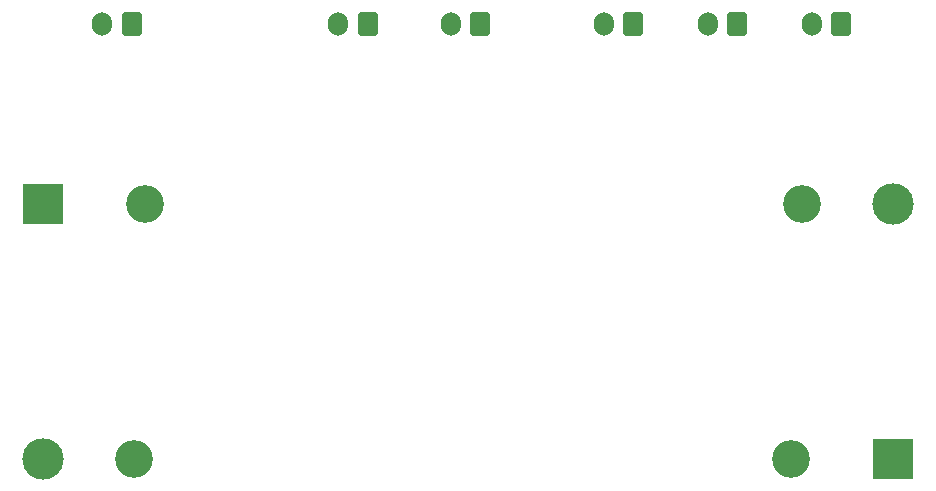
<source format=gbs>
G04 #@! TF.GenerationSoftware,KiCad,Pcbnew,7.0.9*
G04 #@! TF.CreationDate,2024-04-18T23:25:52+05:30*
G04 #@! TF.ProjectId,Battery-psu,42617474-6572-4792-9d70-73752e6b6963,rev?*
G04 #@! TF.SameCoordinates,Original*
G04 #@! TF.FileFunction,Soldermask,Bot*
G04 #@! TF.FilePolarity,Negative*
%FSLAX46Y46*%
G04 Gerber Fmt 4.6, Leading zero omitted, Abs format (unit mm)*
G04 Created by KiCad (PCBNEW 7.0.9) date 2024-04-18 23:25:52*
%MOMM*%
%LPD*%
G01*
G04 APERTURE LIST*
G04 Aperture macros list*
%AMRoundRect*
0 Rectangle with rounded corners*
0 $1 Rounding radius*
0 $2 $3 $4 $5 $6 $7 $8 $9 X,Y pos of 4 corners*
0 Add a 4 corners polygon primitive as box body*
4,1,4,$2,$3,$4,$5,$6,$7,$8,$9,$2,$3,0*
0 Add four circle primitives for the rounded corners*
1,1,$1+$1,$2,$3*
1,1,$1+$1,$4,$5*
1,1,$1+$1,$6,$7*
1,1,$1+$1,$8,$9*
0 Add four rect primitives between the rounded corners*
20,1,$1+$1,$2,$3,$4,$5,0*
20,1,$1+$1,$4,$5,$6,$7,0*
20,1,$1+$1,$6,$7,$8,$9,0*
20,1,$1+$1,$8,$9,$2,$3,0*%
G04 Aperture macros list end*
%ADD10C,3.200000*%
%ADD11R,3.500000X3.500000*%
%ADD12C,3.500000*%
%ADD13O,1.700000X2.000000*%
%ADD14RoundRect,0.250000X0.600000X0.750000X-0.600000X0.750000X-0.600000X-0.750000X0.600000X-0.750000X0*%
G04 APERTURE END LIST*
D10*
X184835000Y-95758000D03*
X129225000Y-95758000D03*
D11*
X193480000Y-95758000D03*
D12*
X121480000Y-95758000D03*
D10*
X130125000Y-74200000D03*
X185735000Y-74200000D03*
D11*
X121480000Y-74200000D03*
D12*
X193480000Y-74200000D03*
D13*
X177750000Y-58925000D03*
D14*
X180250000Y-58925000D03*
D13*
X186550000Y-58925000D03*
D14*
X189050000Y-58925000D03*
D13*
X156000000Y-58950000D03*
D14*
X158500000Y-58950000D03*
D13*
X168950000Y-58967000D03*
D14*
X171450000Y-58967000D03*
D13*
X126500000Y-58925000D03*
D14*
X129000000Y-58925000D03*
D13*
X146500000Y-58975000D03*
D14*
X149000000Y-58975000D03*
M02*

</source>
